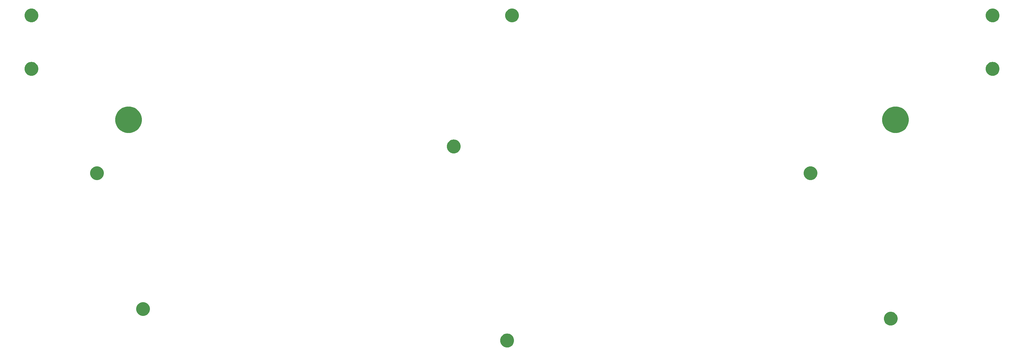
<source format=gbr>
G04 #@! TF.GenerationSoftware,KiCad,Pcbnew,(5.1.6)-1*
G04 #@! TF.CreationDate,2022-07-30T11:43:32-05:00*
G04 #@! TF.ProjectId,pinstripe_bottom,70696e73-7472-4697-9065-5f626f74746f,rev?*
G04 #@! TF.SameCoordinates,Original*
G04 #@! TF.FileFunction,Soldermask,Top*
G04 #@! TF.FilePolarity,Negative*
%FSLAX46Y46*%
G04 Gerber Fmt 4.6, Leading zero omitted, Abs format (unit mm)*
G04 Created by KiCad (PCBNEW (5.1.6)-1) date 2022-07-30 11:43:32*
%MOMM*%
%LPD*%
G01*
G04 APERTURE LIST*
%ADD10C,0.100000*%
G04 APERTURE END LIST*
D10*
G36*
X195538380Y-232709776D02*
G01*
X195919093Y-232785504D01*
X196328749Y-232955189D01*
X196697429Y-233201534D01*
X197010966Y-233515071D01*
X197257311Y-233883751D01*
X197426996Y-234293407D01*
X197513500Y-234728296D01*
X197513500Y-235171704D01*
X197426996Y-235606593D01*
X197257311Y-236016249D01*
X197010966Y-236384929D01*
X196697429Y-236698466D01*
X196328749Y-236944811D01*
X195919093Y-237114496D01*
X195538380Y-237190224D01*
X195484205Y-237201000D01*
X195040795Y-237201000D01*
X194986620Y-237190224D01*
X194605907Y-237114496D01*
X194196251Y-236944811D01*
X193827571Y-236698466D01*
X193514034Y-236384929D01*
X193267689Y-236016249D01*
X193098004Y-235606593D01*
X193011500Y-235171704D01*
X193011500Y-234728296D01*
X193098004Y-234293407D01*
X193267689Y-233883751D01*
X193514034Y-233515071D01*
X193827571Y-233201534D01*
X194196251Y-232955189D01*
X194605907Y-232785504D01*
X194986620Y-232709776D01*
X195040795Y-232699000D01*
X195484205Y-232699000D01*
X195538380Y-232709776D01*
G37*
G36*
X320950880Y-225566026D02*
G01*
X321331593Y-225641754D01*
X321741249Y-225811439D01*
X322109929Y-226057784D01*
X322423466Y-226371321D01*
X322669811Y-226740001D01*
X322839496Y-227149657D01*
X322926000Y-227584546D01*
X322926000Y-228027954D01*
X322839496Y-228462843D01*
X322669811Y-228872499D01*
X322423466Y-229241179D01*
X322109929Y-229554716D01*
X321741249Y-229801061D01*
X321331593Y-229970746D01*
X320950880Y-230046474D01*
X320896705Y-230057250D01*
X320453295Y-230057250D01*
X320399120Y-230046474D01*
X320018407Y-229970746D01*
X319608751Y-229801061D01*
X319240071Y-229554716D01*
X318926534Y-229241179D01*
X318680189Y-228872499D01*
X318510504Y-228462843D01*
X318424000Y-228027954D01*
X318424000Y-227584546D01*
X318510504Y-227149657D01*
X318680189Y-226740001D01*
X318926534Y-226371321D01*
X319240071Y-226057784D01*
X319608751Y-225811439D01*
X320018407Y-225641754D01*
X320399120Y-225566026D01*
X320453295Y-225555250D01*
X320896705Y-225555250D01*
X320950880Y-225566026D01*
G37*
G36*
X76475880Y-222391026D02*
G01*
X76856593Y-222466754D01*
X77266249Y-222636439D01*
X77634929Y-222882784D01*
X77948466Y-223196321D01*
X78194811Y-223565001D01*
X78364496Y-223974657D01*
X78451000Y-224409546D01*
X78451000Y-224852954D01*
X78364496Y-225287843D01*
X78194811Y-225697499D01*
X77948466Y-226066179D01*
X77634929Y-226379716D01*
X77266249Y-226626061D01*
X76856593Y-226795746D01*
X76475880Y-226871474D01*
X76421705Y-226882250D01*
X75978295Y-226882250D01*
X75924120Y-226871474D01*
X75543407Y-226795746D01*
X75133751Y-226626061D01*
X74765071Y-226379716D01*
X74451534Y-226066179D01*
X74205189Y-225697499D01*
X74035504Y-225287843D01*
X73949000Y-224852954D01*
X73949000Y-224409546D01*
X74035504Y-223974657D01*
X74205189Y-223565001D01*
X74451534Y-223196321D01*
X74765071Y-222882784D01*
X75133751Y-222636439D01*
X75543407Y-222466754D01*
X75924120Y-222391026D01*
X75978295Y-222380250D01*
X76421705Y-222380250D01*
X76475880Y-222391026D01*
G37*
G36*
X294757130Y-177941026D02*
G01*
X295137843Y-178016754D01*
X295547499Y-178186439D01*
X295916179Y-178432784D01*
X296229716Y-178746321D01*
X296476061Y-179115001D01*
X296645746Y-179524657D01*
X296732250Y-179959546D01*
X296732250Y-180402954D01*
X296645746Y-180837843D01*
X296476061Y-181247499D01*
X296229716Y-181616179D01*
X295916179Y-181929716D01*
X295547499Y-182176061D01*
X295137843Y-182345746D01*
X294757130Y-182421474D01*
X294702955Y-182432250D01*
X294259545Y-182432250D01*
X294205370Y-182421474D01*
X293824657Y-182345746D01*
X293415001Y-182176061D01*
X293046321Y-181929716D01*
X292732784Y-181616179D01*
X292486439Y-181247499D01*
X292316754Y-180837843D01*
X292230250Y-180402954D01*
X292230250Y-179959546D01*
X292316754Y-179524657D01*
X292486439Y-179115001D01*
X292732784Y-178746321D01*
X293046321Y-178432784D01*
X293415001Y-178186439D01*
X293824657Y-178016754D01*
X294205370Y-177941026D01*
X294259545Y-177930250D01*
X294702955Y-177930250D01*
X294757130Y-177941026D01*
G37*
G36*
X61394630Y-177941026D02*
G01*
X61775343Y-178016754D01*
X62184999Y-178186439D01*
X62553679Y-178432784D01*
X62867216Y-178746321D01*
X63113561Y-179115001D01*
X63283246Y-179524657D01*
X63369750Y-179959546D01*
X63369750Y-180402954D01*
X63283246Y-180837843D01*
X63113561Y-181247499D01*
X62867216Y-181616179D01*
X62553679Y-181929716D01*
X62184999Y-182176061D01*
X61775343Y-182345746D01*
X61394630Y-182421474D01*
X61340455Y-182432250D01*
X60897045Y-182432250D01*
X60842870Y-182421474D01*
X60462157Y-182345746D01*
X60052501Y-182176061D01*
X59683821Y-181929716D01*
X59370284Y-181616179D01*
X59123939Y-181247499D01*
X58954254Y-180837843D01*
X58867750Y-180402954D01*
X58867750Y-179959546D01*
X58954254Y-179524657D01*
X59123939Y-179115001D01*
X59370284Y-178746321D01*
X59683821Y-178432784D01*
X60052501Y-178186439D01*
X60462157Y-178016754D01*
X60842870Y-177941026D01*
X60897045Y-177930250D01*
X61340455Y-177930250D01*
X61394630Y-177941026D01*
G37*
G36*
X178075880Y-169209776D02*
G01*
X178456593Y-169285504D01*
X178866249Y-169455189D01*
X179234929Y-169701534D01*
X179548466Y-170015071D01*
X179794811Y-170383751D01*
X179964496Y-170793407D01*
X180051000Y-171228296D01*
X180051000Y-171671704D01*
X179964496Y-172106593D01*
X179794811Y-172516249D01*
X179548466Y-172884929D01*
X179234929Y-173198466D01*
X178866249Y-173444811D01*
X178456593Y-173614496D01*
X178075880Y-173690224D01*
X178021705Y-173701000D01*
X177578295Y-173701000D01*
X177524120Y-173690224D01*
X177143407Y-173614496D01*
X176733751Y-173444811D01*
X176365071Y-173198466D01*
X176051534Y-172884929D01*
X175805189Y-172516249D01*
X175635504Y-172106593D01*
X175549000Y-171671704D01*
X175549000Y-171228296D01*
X175635504Y-170793407D01*
X175805189Y-170383751D01*
X176051534Y-170015071D01*
X176365071Y-169701534D01*
X176733751Y-169455189D01*
X177143407Y-169285504D01*
X177524120Y-169209776D01*
X177578295Y-169199000D01*
X178021705Y-169199000D01*
X178075880Y-169209776D01*
G37*
G36*
X71985656Y-158391544D02*
G01*
X72706640Y-158534956D01*
X73498472Y-158862943D01*
X74211101Y-159339107D01*
X74817143Y-159945149D01*
X75293307Y-160657778D01*
X75621294Y-161449610D01*
X75788500Y-162290214D01*
X75788500Y-163147286D01*
X75621294Y-163987890D01*
X75293307Y-164779722D01*
X74817143Y-165492351D01*
X74211101Y-166098393D01*
X73498472Y-166574557D01*
X72706640Y-166902544D01*
X71985656Y-167045956D01*
X71866037Y-167069750D01*
X71008963Y-167069750D01*
X70889344Y-167045956D01*
X70168360Y-166902544D01*
X69376528Y-166574557D01*
X68663899Y-166098393D01*
X68057857Y-165492351D01*
X67581693Y-164779722D01*
X67253706Y-163987890D01*
X67086500Y-163147286D01*
X67086500Y-162290214D01*
X67253706Y-161449610D01*
X67581693Y-160657778D01*
X68057857Y-159945149D01*
X68663899Y-159339107D01*
X69376528Y-158862943D01*
X70168360Y-158534956D01*
X70889344Y-158391544D01*
X71008963Y-158367750D01*
X71866037Y-158367750D01*
X71985656Y-158391544D01*
G37*
G36*
X322810656Y-158391544D02*
G01*
X323531640Y-158534956D01*
X324323472Y-158862943D01*
X325036101Y-159339107D01*
X325642143Y-159945149D01*
X326118307Y-160657778D01*
X326446294Y-161449610D01*
X326613500Y-162290214D01*
X326613500Y-163147286D01*
X326446294Y-163987890D01*
X326118307Y-164779722D01*
X325642143Y-165492351D01*
X325036101Y-166098393D01*
X324323472Y-166574557D01*
X323531640Y-166902544D01*
X322810656Y-167045956D01*
X322691037Y-167069750D01*
X321833963Y-167069750D01*
X321714344Y-167045956D01*
X320993360Y-166902544D01*
X320201528Y-166574557D01*
X319488899Y-166098393D01*
X318882857Y-165492351D01*
X318406693Y-164779722D01*
X318078706Y-163987890D01*
X317911500Y-163147286D01*
X317911500Y-162290214D01*
X318078706Y-161449610D01*
X318406693Y-160657778D01*
X318882857Y-159945149D01*
X319488899Y-159339107D01*
X320201528Y-158862943D01*
X320993360Y-158534956D01*
X321714344Y-158391544D01*
X321833963Y-158367750D01*
X322691037Y-158367750D01*
X322810656Y-158391544D01*
G37*
G36*
X354288380Y-143809776D02*
G01*
X354669093Y-143885504D01*
X355078749Y-144055189D01*
X355447429Y-144301534D01*
X355760966Y-144615071D01*
X356007311Y-144983751D01*
X356176996Y-145393407D01*
X356263500Y-145828296D01*
X356263500Y-146271704D01*
X356176996Y-146706593D01*
X356007311Y-147116249D01*
X355760966Y-147484929D01*
X355447429Y-147798466D01*
X355078749Y-148044811D01*
X354669093Y-148214496D01*
X354288380Y-148290224D01*
X354234205Y-148301000D01*
X353790795Y-148301000D01*
X353736620Y-148290224D01*
X353355907Y-148214496D01*
X352946251Y-148044811D01*
X352577571Y-147798466D01*
X352264034Y-147484929D01*
X352017689Y-147116249D01*
X351848004Y-146706593D01*
X351761500Y-146271704D01*
X351761500Y-145828296D01*
X351848004Y-145393407D01*
X352017689Y-144983751D01*
X352264034Y-144615071D01*
X352577571Y-144301534D01*
X352946251Y-144055189D01*
X353355907Y-143885504D01*
X353736620Y-143809776D01*
X353790795Y-143799000D01*
X354234205Y-143799000D01*
X354288380Y-143809776D01*
G37*
G36*
X39963380Y-143809776D02*
G01*
X40344093Y-143885504D01*
X40753749Y-144055189D01*
X41122429Y-144301534D01*
X41435966Y-144615071D01*
X41682311Y-144983751D01*
X41851996Y-145393407D01*
X41938500Y-145828296D01*
X41938500Y-146271704D01*
X41851996Y-146706593D01*
X41682311Y-147116249D01*
X41435966Y-147484929D01*
X41122429Y-147798466D01*
X40753749Y-148044811D01*
X40344093Y-148214496D01*
X39963380Y-148290224D01*
X39909205Y-148301000D01*
X39465795Y-148301000D01*
X39411620Y-148290224D01*
X39030907Y-148214496D01*
X38621251Y-148044811D01*
X38252571Y-147798466D01*
X37939034Y-147484929D01*
X37692689Y-147116249D01*
X37523004Y-146706593D01*
X37436500Y-146271704D01*
X37436500Y-145828296D01*
X37523004Y-145393407D01*
X37692689Y-144983751D01*
X37939034Y-144615071D01*
X38252571Y-144301534D01*
X38621251Y-144055189D01*
X39030907Y-143885504D01*
X39411620Y-143809776D01*
X39465795Y-143799000D01*
X39909205Y-143799000D01*
X39963380Y-143809776D01*
G37*
G36*
X197125880Y-126347276D02*
G01*
X197506593Y-126423004D01*
X197916249Y-126592689D01*
X198284929Y-126839034D01*
X198598466Y-127152571D01*
X198844811Y-127521251D01*
X199014496Y-127930907D01*
X199101000Y-128365796D01*
X199101000Y-128809204D01*
X199014496Y-129244093D01*
X198844811Y-129653749D01*
X198598466Y-130022429D01*
X198284929Y-130335966D01*
X197916249Y-130582311D01*
X197506593Y-130751996D01*
X197125880Y-130827724D01*
X197071705Y-130838500D01*
X196628295Y-130838500D01*
X196574120Y-130827724D01*
X196193407Y-130751996D01*
X195783751Y-130582311D01*
X195415071Y-130335966D01*
X195101534Y-130022429D01*
X194855189Y-129653749D01*
X194685504Y-129244093D01*
X194599000Y-128809204D01*
X194599000Y-128365796D01*
X194685504Y-127930907D01*
X194855189Y-127521251D01*
X195101534Y-127152571D01*
X195415071Y-126839034D01*
X195783751Y-126592689D01*
X196193407Y-126423004D01*
X196574120Y-126347276D01*
X196628295Y-126336500D01*
X197071705Y-126336500D01*
X197125880Y-126347276D01*
G37*
G36*
X39963380Y-126347276D02*
G01*
X40344093Y-126423004D01*
X40753749Y-126592689D01*
X41122429Y-126839034D01*
X41435966Y-127152571D01*
X41682311Y-127521251D01*
X41851996Y-127930907D01*
X41938500Y-128365796D01*
X41938500Y-128809204D01*
X41851996Y-129244093D01*
X41682311Y-129653749D01*
X41435966Y-130022429D01*
X41122429Y-130335966D01*
X40753749Y-130582311D01*
X40344093Y-130751996D01*
X39963380Y-130827724D01*
X39909205Y-130838500D01*
X39465795Y-130838500D01*
X39411620Y-130827724D01*
X39030907Y-130751996D01*
X38621251Y-130582311D01*
X38252571Y-130335966D01*
X37939034Y-130022429D01*
X37692689Y-129653749D01*
X37523004Y-129244093D01*
X37436500Y-128809204D01*
X37436500Y-128365796D01*
X37523004Y-127930907D01*
X37692689Y-127521251D01*
X37939034Y-127152571D01*
X38252571Y-126839034D01*
X38621251Y-126592689D01*
X39030907Y-126423004D01*
X39411620Y-126347276D01*
X39465795Y-126336500D01*
X39909205Y-126336500D01*
X39963380Y-126347276D01*
G37*
G36*
X354288380Y-126347276D02*
G01*
X354669093Y-126423004D01*
X355078749Y-126592689D01*
X355447429Y-126839034D01*
X355760966Y-127152571D01*
X356007311Y-127521251D01*
X356176996Y-127930907D01*
X356263500Y-128365796D01*
X356263500Y-128809204D01*
X356176996Y-129244093D01*
X356007311Y-129653749D01*
X355760966Y-130022429D01*
X355447429Y-130335966D01*
X355078749Y-130582311D01*
X354669093Y-130751996D01*
X354288380Y-130827724D01*
X354234205Y-130838500D01*
X353790795Y-130838500D01*
X353736620Y-130827724D01*
X353355907Y-130751996D01*
X352946251Y-130582311D01*
X352577571Y-130335966D01*
X352264034Y-130022429D01*
X352017689Y-129653749D01*
X351848004Y-129244093D01*
X351761500Y-128809204D01*
X351761500Y-128365796D01*
X351848004Y-127930907D01*
X352017689Y-127521251D01*
X352264034Y-127152571D01*
X352577571Y-126839034D01*
X352946251Y-126592689D01*
X353355907Y-126423004D01*
X353736620Y-126347276D01*
X353790795Y-126336500D01*
X354234205Y-126336500D01*
X354288380Y-126347276D01*
G37*
M02*

</source>
